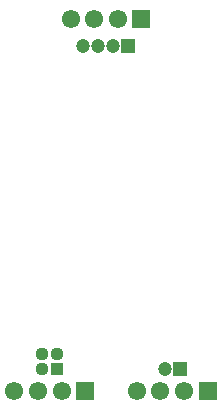
<source format=gbs>
G04*
G04 #@! TF.GenerationSoftware,Altium Limited,Altium Designer,21.7.2 (23)*
G04*
G04 Layer_Color=16711935*
%FSAX25Y25*%
%MOIN*%
G70*
G04*
G04 #@! TF.SameCoordinates,43612BD9-7431-4496-A61A-E5E58A6AB67A*
G04*
G04*
G04 #@! TF.FilePolarity,Negative*
G04*
G01*
G75*
%ADD12C,0.06115*%
%ADD13R,0.06115X0.06115*%
%ADD14C,0.04409*%
%ADD15R,0.04409X0.04409*%
%ADD16R,0.04737X0.04737*%
%ADD17C,0.04737*%
D12*
X0132087Y0105413D02*
D03*
X0139961D02*
D03*
X0147835D02*
D03*
X0172835D02*
D03*
X0180709D02*
D03*
X0188583D02*
D03*
X0166535Y0229528D02*
D03*
X0158661D02*
D03*
X0150787D02*
D03*
D13*
X0155709Y0105413D02*
D03*
X0196457D02*
D03*
X0174409Y0229528D02*
D03*
D14*
X0146102Y0117854D02*
D03*
X0141102D02*
D03*
Y0112854D02*
D03*
D15*
X0146102D02*
D03*
D16*
X0187284Y0112894D02*
D03*
X0170079Y0220472D02*
D03*
D17*
X0182283Y0112894D02*
D03*
X0165079Y0220472D02*
D03*
X0160079D02*
D03*
X0155079D02*
D03*
M02*

</source>
